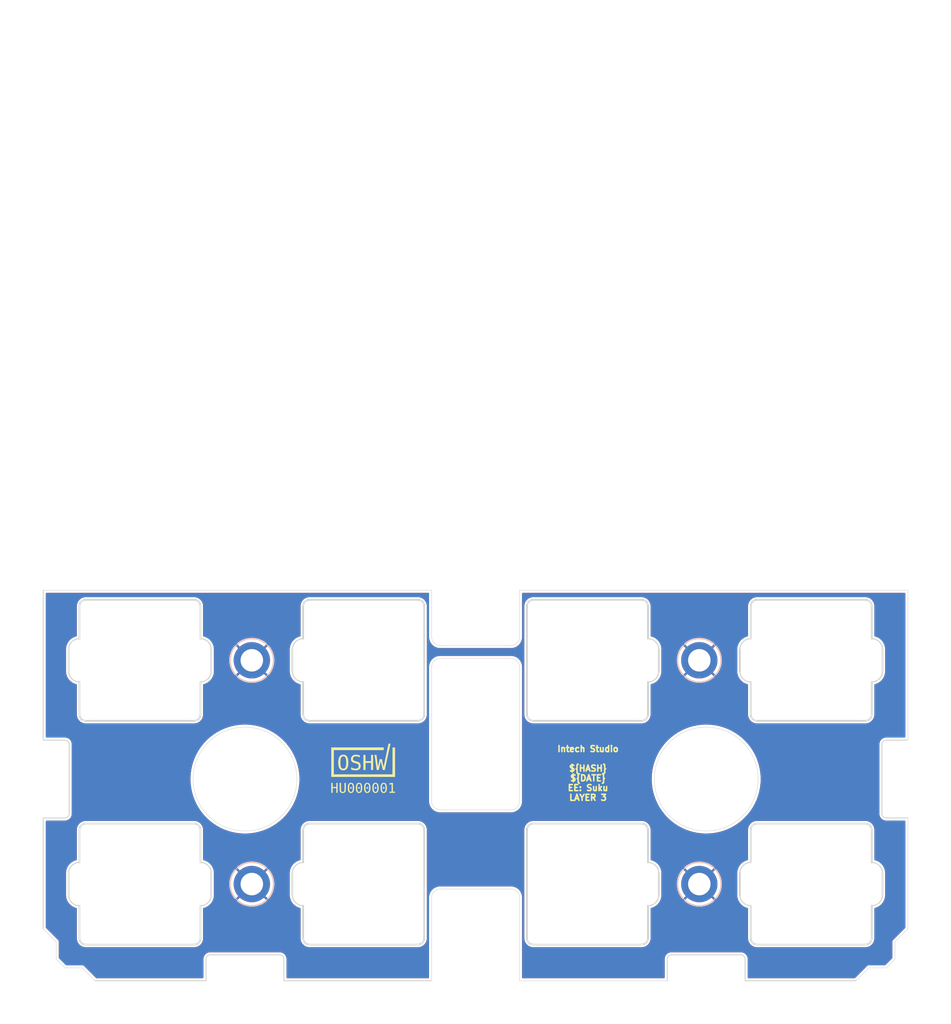
<source format=kicad_pcb>
(kicad_pcb (version 20240108) (generator "pcbnew") (generator_version "8.0")
  (layers (0 "F.Cu" signal) (31 "B.Cu" signal) (34 "B.Paste" user) (35 "F.Paste" user) (36 "B.SilkS" user "B.Silkscreen") (37 "F.SilkS" user "F.Silkscreen") (38 "B.Mask" user) (39 "F.Mask" user) (44 "Edge.Cuts" user))
  (net 0 "")
  (net 1 "GND")
  (footprint "suku_basics:OSHWA" (layer "F.Cu") (at 87 125.5)
    (property "Reference" "LOGO701" (hide yes))
    (property "Value" "LOGO" (hide yes))
    (fp_poly (pts (xy 3.689316 0.925456) (xy -3.689315 0.925456) (xy -3.689315 -2.488724) (xy 2.37617 -2.488724) (xy 2.37617 -2.176071) (xy -3.389168 -2.176071) (xy -3.389168 0.625308) (xy 3.389071 0.625308) (xy 3.392246 -0.928582) (xy 3.395421 -2.482471) (xy 3.542369 -2.485995) (xy 3.689316 -2.489518)) (fill solid) (layer "F.SilkS"))
    (fp_poly (pts (xy -3.526735 2.088528) (xy -3.101526 2.088528) (xy -3.101526 1.613294) (xy -2.951452 1.613294) (xy -2.951452 2.763861) (xy -3.101038 2.763861) (xy -3.104409 2.491852) (xy -3.107779 2.219843) (xy -3.526735 2.212985) (xy -3.526735 2.763861) (xy -3.689315 2.763861) (xy -3.689315 1.613294) (xy -3.526735 1.613294)) (fill solid) (layer "F.SilkS"))
    (fp_poly (pts (xy 0.146948 -1.623126) (xy 0.268883 -1.619547) (xy 0.275519 -0.900443) (xy 0.91295 -0.900443) (xy 0.91295 -1.6258) (xy 1.150567 -1.6258) (xy 1.150567 0.125062) (xy 0.91295 0.125062) (xy 0.91295 -0.700344) (xy 0.275136 -0.700344) (xy 0.275136 0.125062) (xy 0.025013 0.125062) (xy 0.025013 -1.626706)) (fill solid) (layer "F.SilkS"))
    (fp_poly (pts (xy -1.366002 2.099022) (xy -1.333968 2.12638) (xy -1.31649 2.164417) (xy -1.31599 2.206947) (xy -1.334889 2.247785) (xy -1.343843 2.25793) (xy -1.384322 2.283341) (xy -1.429351 2.288196) (xy -1.47129 2.272398) (xy -1.486052 2.259682) (xy -1.510388 2.218539) (xy -1.513698 2.175058) (xy -1.498584 2.135108) (xy -1.467647 2.104558) (xy -1.42349 2.089276) (xy -1.41017 2.088528)) (fill solid) (layer "F.SilkS"))
    (fp_poly (pts (xy -0.428041 2.099022) (xy -0.396007 2.12638) (xy -0.378529 2.164417) (xy -0.378028 2.206947) (xy -0.396927 2.247785) (xy -0.405881 2.25793) (xy -0.446361 2.283341) (xy -0.491389 2.288196) (xy -0.533328 2.272398) (xy -0.54809 2.259682) (xy -0.572426 2.218539) (xy -0.575736 2.175058) (xy -0.560622 2.135108) (xy -0.529686 2.104558) (xy -0.485529 2.089276) (xy -0.472209 2.088528)) (fill solid) (layer "F.SilkS"))
    (fp_poly (pts (xy 0.522427 2.099022) (xy 0.554461 2.12638) (xy 0.571939 2.164417) (xy 0.57244 2.206947) (xy 0.55354 2.247785) (xy 0.544587 2.25793) (xy 0.504107 2.283341) (xy 0.459078 2.288196) (xy 0.417139 2.272398) (xy 0.402377 2.259682) (xy 0.378041 2.218539) (xy 0.374731 2.175058) (xy 0.389846 2.135108) (xy 0.420782 2.104558) (xy 0.464939 2.089276) (xy 0.478259 2.088528)) (fill solid) (layer "F.SilkS"))
    (fp_poly (pts (xy 1.472895 2.099022) (xy 1.504929 2.12638) (xy 1.522407 2.164417) (xy 1.522907 2.206947) (xy 1.504008 2.247785) (xy 1.495054 2.25793) (xy 1.454575 2.283341) (xy 1.409546 2.288196) (xy 1.367607 2.272398) (xy 1.352845 2.259682) (xy 1.328509 2.218539) (xy 1.325199 2.175058) (xy 1.340313 2.135108) (xy 1.37125 2.104558) (xy 1.415407 2.089276) (xy 1.428727 2.088528)) (fill solid) (layer "F.SilkS"))
    (fp_poly (pts (xy 2.423363 2.099022) (xy 2.455397 2.12638) (xy 2.472875 2.164417) (xy 2.473375 2.206947) (xy 2.454476 2.247785) (xy 2.445522 2.25793) (xy 2.405042 2.283341) (xy 2.360014 2.288196) (xy 2.318075 2.272398) (xy 2.303313 2.259682) (xy 2.278977 2.218539) (xy 2.275667 2.175058) (xy 2.290781 2.135108) (xy 2.321718 2.104558) (xy 2.365875 2.089276) (xy 2.379195 2.088528)) (fill solid) (layer "F.SilkS"))
    (fp_poly (pts (xy 3.439193 2.626293) (xy 3.67681 2.626293) (xy 3.67681 2.763861) (xy 3.037689 2.763861) (xy 3.041469 2.698203) (xy 3.045249 2.632546) (xy 3.167184 2.628966) (xy 3.289119 2.625387) (xy 3.289119 2.194378) (xy 3.288777 2.074495) (xy 3.287778 1.971946) (xy 3.286163 1.888188) (xy 3.283972 1.824679) (xy 3.281247 1.782877) (xy 3.278027 1.76424) (xy 3.277097 1.763368) (xy 3.260168 1.766055) (xy 3.225245 1.773232) (xy 3.178662 1.78357) (xy 3.157804 1.78838) (xy 3.108191 1.799632) (xy 3.067562 1.808258) (xy 3.042296 1.81293) (xy 3.037888 1.813393) (xy 3.031169 1.801857) (xy 3.028386 1.770697) (xy 3.028992 1.742407) (xy 3.032743 1.671421) (xy 3.157804 1.642959) (xy 3.221273 1.630301) (xy 3.285815 1.620393) (xy 3.341191 1.614699) (xy 3.361029 1.613896) (xy 3.439193 1.613294)) (fill solid) (layer "F.SilkS"))
    (fp_poly (pts (xy -2.561065 2.0883) (xy -2.557508 2.563306) (xy -2.519948 2.600854) (xy -2.471266 2.633373) (xy -2.409462 2.651483) (xy -2.342226 2.654652) (xy -2.277249 2.642346) (xy -2.231814 2.62084) (xy -2.214905 2.608756) (xy -2.201041 2.59515) (xy -2.189922 2.577563) (xy -2.181246 2.553532) (xy -2.17471 2.520598) (xy -2.170015 2.4763) (xy -2.166857 2.418177) (xy -2.164936 2.343768) (xy -2.16395 2.250614) (xy -2.163598 2.136253) (xy -2.163564 2.063918) (xy -2.163564 1.613294) (xy -1.998864 1.613294) (xy -2.004222 2.072895) (xy -2.006032 2.205355) (xy -2.008145 2.314667) (xy -2.01064 2.402695) (xy -2.0136 2.471303) (xy -2.017104 2.522353) (xy -2.021235 2.557709) (xy -2.026072 2.579236) (xy -2.026235 2.579707) (xy -2.061961 2.646483) (xy -2.11637 2.704712) (xy -2.18322 2.74789) (xy -2.191159 2.751482) (xy -2.248615 2.76959) (xy -2.317403 2.781305) (xy -2.387483 2.785695) (xy -2.448813 2.781827) (xy -2.469965 2.7774) (xy -2.559864 2.741802) (xy -2.631084 2.690092) (xy -2.68309 2.622692) (xy -2.694035 2.60128) (xy -2.700795 2.585557) (xy -2.706311 2.568715) (xy -2.710737 2.548089) (xy -2.714227 2.52101) (xy -2.716934 2.484812) (xy -2.719011 2.436829) (xy -2.720611 2.374392) (xy -2.721887 2.294836) (xy -2.722993 2.195492) (xy -2.724036 2.079149) (xy -2.727983 1.613294) (xy -2.564621 1.613294)) (fill solid) (layer "F.SilkS"))
    (fp_poly (pts (xy -1.310098 1.612912) (xy -1.245099 1.637705) (xy -1.190196 1.679949) (xy -1.156217 1.719274) (xy -1.115039 1.78977) (xy -1.082521 1.879346) (xy -1.059193 1.983428) (xy -1.045587 2.09744) (xy -1.042234 2.216809) (xy -1.049666 2.336958) (xy -1.068414 2.453315) (xy -1.070086 2.460853) (xy -1.103581 2.566283) (xy -1.151911 2.652461) (xy -1.214661 2.718771) (xy -1.269007 2.754112) (xy -1.327364 2.774198) (xy -1.397728 2.783817) (xy -1.469059 2.782224) (xy -1.522977 2.771248) (xy -1.599296 2.734152) (xy -1.662604 2.676662) (xy -1.713325 2.598241) (xy -1.751884 2.498348) (xy -1.759429 2.47091) (xy -1.771042 2.407332) (xy -1.778789 2.326836) (xy -1.78267 2.23636) (xy -1.782683 2.144806) (xy -1.622183 2.144806) (xy -1.621935 2.28475) (xy -1.611644 2.402029) (xy -1.591236 2.496918) (xy -1.560637 2.569692) (xy -1.519773 2.620626) (xy -1.488165 2.641906) (xy -1.435118 2.66084) (xy -1.385951 2.659264) (xy -1.342748 2.643425) (xy -1.305285 2.616016) (xy -1.272738 2.575561) (xy -1.270349 2.571514) (xy -1.247117 2.52449) (xy -1.22996 2.473242) (xy -1.218155 2.413306) (xy -1.210979 2.340213) (xy -1.207708 2.249498) (xy -1.207325 2.182324) (xy -1.209381 2.074424) (xy -1.215541 1.987609) (xy -1.226656 1.918165) (xy -1.243577 1.862378) (xy -1.267155 1.816533) (xy -1.298241 1.776917) (xy -1.300831 1.774164) (xy -1.33074 1.745356) (xy -1.356393 1.73103) (xy -1.389273 1.726228) (xy -1.41273 1.72585) (xy -1.454211 1.727808) (xy -1.482909 1.736951) (xy -1.510566 1.75818) (xy -1.525911 1.773092) (xy -1.556701 1.809168) (xy -1.580234 1.850513) (xy -1.597535 1.901075) (xy -1.609626 1.964803) (xy -1.617529 2.045647) (xy -1.622183 2.144806) (xy -1.782683 2.144806) (xy -1.782683 2.142843) (xy -1.778827 2.053224) (xy -1.771102 1.97444) (xy -1.75951 1.913442) (xy -1.729702 1.823267) (xy -1.693106 1.751266) (xy -1.646291 1.690827) (xy -1.641054 1.685308) (xy -1.589649 1.642072) (xy -1.532104 1.615278) (xy -1.46267 1.60302) (xy -1.391272 1.602551)) (fill solid) (layer "F.SilkS"))
    (fp_poly (pts (xy -0.372136 1.612912) (xy -0.307138 1.637705) (xy -0.252234 1.679949) (xy -0.218255 1.719274) (xy -0.177078 1.78977) (xy -0.144559 1.879346) (xy -0.121231 1.983428) (xy -0.107626 2.09744) (xy -0.104273 2.216809) (xy -0.111705 2.336958) (xy -0.130453 2.453315) (xy -0.132124 2.460853) (xy -0.165619 2.566283) (xy -0.21395 2.652461) (xy -0.276699 2.718771) (xy -0.331045 2.754112) (xy -0.389402 2.774198) (xy -0.459766 2.783817) (xy -0.531098 2.782224) (xy -0.585015 2.771248) (xy -0.661335 2.734152) (xy -0.724643 2.676662) (xy -0.775364 2.598241) (xy -0.813922 2.498348) (xy -0.821467 2.47091) (xy -0.83308 2.407332) (xy -0.840827 2.326836) (xy -0.844708 2.23636) (xy -0.844721 2.144806) (xy -0.684221 2.144806) (xy -0.683973 2.28475) (xy -0.673682 2.402029) (xy -0.653275 2.496918) (xy -0.622676 2.569692) (xy -0.581811 2.620626) (xy -0.550203 2.641906) (xy -0.497157 2.66084) (xy -0.44799 2.659264) (xy -0.404787 2.643425) (xy -0.367324 2.616016) (xy -0.334776 2.575561) (xy -0.332387 2.571514) (xy -0.309155 2.52449) (xy -0.291998 2.473242) (xy -0.280193 2.413306) (xy -0.273017 2.340213) (xy -0.269746 2.249498) (xy -0.269363 2.182324) (xy -0.271419 2.074424) (xy -0.27758 1.987609) (xy -0.288695 1.918165) (xy -0.305616 1.862378) (xy -0.329194 1.816533) (xy -0.36028 1.776917) (xy -0.36287 1.774164) (xy -0.392779 1.745356) (xy -0.418432 1.73103) (xy -0.451311 1.726228) (xy -0.474768 1.72585) (xy -0.51625 1.727808) (xy -0.544947 1.736951) (xy -0.572605 1.75818) (xy -0.58795 1.773092) (xy -0.618739 1.809168) (xy -0.642273 1.850513) (xy -0.659574 1.901075) (xy -0.671664 1.964803) (xy -0.679568 2.045647) (xy -0.684221 2.144806) (xy -0.844721 2.144806) (xy -0.844721 2.142843) (xy -0.840866 2.053224) (xy -0.833141 1.97444) (xy -0.821548 1.913442) (xy -0.79174 1.823267) (xy -0.755145 1.751266) (xy -0.708329 1.690827) (xy -0.703092 1.685308) (xy -0.651688 1.642072) (xy -0.594142 1.615278) (xy -0.524708 1.60302) (xy -0.453311 1.602551)) (fill solid) (layer "F.SilkS"))
    (fp_poly (pts (xy 0.578332 1.612912) (xy 0.64333 1.637705) (xy 0.698234 1.679949) (xy 0.732212 1.719274) (xy 0.77339 1.78977) (xy 0.805908 1.879346) (xy 0.829236 1.983428) (xy 0.842842 2.09744) (xy 0.846195 2.216809) (xy 0.838763 2.336958) (xy 0.820015 2.453315) (xy 0.818343 2.460853) (xy 0.784848 2.566283) (xy 0.736518 2.652461) (xy 0.673769 2.718771) (xy 0.619423 2.754112) (xy 0.561066 2.774198) (xy 0.490702 2.783817) (xy 0.41937 2.782224) (xy 0.365453 2.771248) (xy 0.289133 2.734152) (xy 0.225825 2.676662) (xy 0.175104 2.598241) (xy 0.136546 2.498348) (xy 0.129001 2.47091) (xy 0.117388 2.407332) (xy 0.10964 2.326836) (xy 0.10576 2.23636) (xy 0.105746 2.144806) (xy 0.266246 2.144806) (xy 0.266494 2.28475) (xy 0.276785 2.402029) (xy 0.297193 2.496918) (xy 0.327792 2.569692) (xy 0.368656 2.620626) (xy 0.400264 2.641906) (xy 0.453311 2.66084) (xy 0.502478 2.659264) (xy 0.545681 2.643425) (xy 0.583144 2.616016) (xy 0.615692 2.575561) (xy 0.61808 2.571514) (xy 0.641313 2.52449) (xy 0.65847 2.473242) (xy 0.670275 2.413306) (xy 0.677451 2.340213) (xy 0.680721 2.249498) (xy 0.681105 2.182324) (xy 0.679048 2.074424) (xy 0.672888 1.987609) (xy 0.661773 1.918165) (xy 0.644852 1.862378) (xy 0.621274 1.816533) (xy 0.590188 1.776917) (xy 0.587598 1.774164) (xy 0.557689 1.745356) (xy 0.532036 1.73103) (xy 0.499156 1.726228) (xy 0.475699 1.72585) (xy 0.434218 1.727808) (xy 0.40552 1.736951) (xy 0.377863 1.75818) (xy 0.362518 1.773092) (xy 0.331729 1.809168) (xy 0.308195 1.850513) (xy 0.290894 1.901075) (xy 0.278803 1.964803) (xy 0.2709 2.045647) (xy 0.266246 2.144806) (xy 0.105746 2.144806) (xy 0.105746 2.142843) (xy 0.109602 2.053224) (xy 0.117327 1.97444) (xy 0.12892 1.913442) (xy 0.158728 1.823267) (xy 0.195323 1.751266) (xy 0.242139 1.690827) (xy 0.247376 1.685308) (xy 0.29878 1.642072) (xy 0.356326 1.615278) (xy 0.42576 1.60302) (xy 0.497157 1.602551)) (fill solid) (layer "F.SilkS"))
    (fp_poly (pts (xy 1.528799 1.612912) (xy 1.593798 1.637705) (xy 1.648701 1.679949) (xy 1.68268 1.719274) (xy 1.723858 1.78977) (xy 1.756376 1.879346) (xy 1.779704 1.983428) (xy 1.79331 2.09744) (xy 1.796663 2.216809) (xy 1.789231 2.336958) (xy 1.770483 2.453315) (xy 1.768811 2.460853) (xy 1.735316 2.566283) (xy 1.686986 2.652461) (xy 1.624236 2.718771) (xy 1.569891 2.754112) (xy 1.511533 2.774198) (xy 1.44117 2.783817) (xy 1.369838 2.782224) (xy 1.31592 2.771248) (xy 1.239601 2.734152) (xy 1.176293 2.676662) (xy 1.125572 2.598241) (xy 1.087013 2.498348) (xy 1.079469 2.47091) (xy 1.067856 2.407332) (xy 1.060108 2.326836) (xy 1.056227 2.23636) (xy 1.056214 2.144806) (xy 1.216714 2.144806) (xy 1.216962 2.28475) (xy 1.227253 2.402029) (xy 1.247661 2.496918) (xy 1.27826 2.569692) (xy 1.319124 2.620626) (xy 1.350732 2.641906) (xy 1.403779 2.66084) (xy 1.452946 2.659264) (xy 1.496149 2.643425) (xy 1.533612 2.616016) (xy 1.566159 2.575561) (xy 1.568548 2.571514) (xy 1.59178 2.52449) (xy 1.608937 2.473242) (xy 1.620742 2.413306) (xy 1.627918 2.340213) (xy 1.631189 2.249498) (xy 1.631572 2.182324) (xy 1.629516 2.074424) (xy 1.623356 1.987609) (xy 1.612241 1.918165) (xy 1.59532 1.862378) (xy 1.571742 1.816533) (xy 1.540656 1.776917) (xy 1.538066 1.774164) (xy 1.508157 1.745356) (xy 1.482504 1.73103) (xy 1.449624 1.726228) (xy 1.426167 1.72585) (xy 1.384686 1.727808) (xy 1.355988 1.736951) (xy 1.328331 1.75818) (xy 1.312986 1.773092) (xy 1.282196 1.809168) (xy 1.258663 1.850513) (xy 1.241362 1.901075) (xy 1.229271 1.964803) (xy 1.221368 2.045647) (xy 1.216714 2.144806) (xy 1.056214 2.144806) (xy 1.056214 2.142843) (xy 1.06007 2.053224) (xy 1.067795 1.97444) (xy 1.079387 1.913442) (xy 1.109196 1.823267) (xy 1.145791 1.751266) (xy 1.192606 1.690827) (xy 1.197843 1.685308) (xy 1.249248 1.642072) (xy 1.306793 1.615278) (xy 1.376227 1.60302) (xy 1.447625 1.602551)) (fill solid) (layer "F.SilkS"))
    (fp_poly (pts (xy 2.479267 1.612912) (xy 2.544266 1.637705) (xy 2.599169 1.679949) (xy 2.633148 1.719274) (xy 2.674326 1.78977) (xy 2.706844 1.879346) (xy 2.730172 1.983428) (xy 2.743778 2.09744) (xy 2.74713 2.216809) (xy 2.739698 2.336958) (xy 2.720951 2.453315) (xy 2.719279 2.460853) (xy 2.685784 2.566283) (xy 2.637453 2.652461) (xy 2.574704 2.718771) (xy 2.520358 2.754112) (xy 2.462001 2.774198) (xy 2.391637 2.783817) (xy 2.320306 2.782224) (xy 2.266388 2.771248) (xy 2.190068 2.734152) (xy 2.12676 2.676662) (xy 2.07604 2.598241) (xy 2.037481 2.498348) (xy 2.029936 2.47091) (xy 2.018323 2.407332) (xy 2.010576 2.326836) (xy 2.006695 2.23636) (xy 2.006682 2.144806) (xy 2.167182 2.144806) (xy 2.16743 2.28475) (xy 2.177721 2.402029) (xy 2.198129 2.496918) (xy 2.228728 2.569692) (xy 2.269592 2.620626) (xy 2.3012 2.641906) (xy 2.354246 2.66084) (xy 2.403413 2.659264) (xy 2.446617 2.643425) (xy 2.48408 2.616016) (xy 2.516627 2.575561) (xy 2.519016 2.571514) (xy 2.542248 2.52449) (xy 2.559405 2.473242) (xy 2.57121 2.413306) (xy 2.578386 2.340213) (xy 2.581657 2.249498) (xy 2.58204 2.182324) (xy 2.579984 2.074424) (xy 2.573824 1.987609) (xy 2.562709 1.918165) (xy 2.545787 1.862378) (xy 2.522209 1.816533) (xy 2.491124 1.776917) (xy 2.488534 1.774164) (xy 2.458625 1.745356) (xy 2.432972 1.73103) (xy 2.400092 1.726228) (xy 2.376635 1.72585) (xy 2.335154 1.727808) (xy 2.306456 1.736951) (xy 2.278799 1.75818) (xy 2.263454 1.773092) (xy 2.232664 1.809168) (xy 2.20913 1.850513) (xy 2.19183 1.901075) (xy 2.179739 1.964803) (xy 2.171835 2.045647) (xy 2.167182 2.144806) (xy 2.006682 2.144806) (xy 2.006682 2.142843) (xy 2.010537 2.053224) (xy 2.018263 1.97444) (xy 2.029855 1.913442) (xy 2.059663 1.823267) (xy 2.096259 1.751266) (xy 2.143074 1.690827) (xy 2.148311 1.685308) (xy 2.199716 1.642072) (xy 2.257261 1.615278) (xy 2.326695 1.60302) (xy 2.398093 1.602551)) (fill solid) (layer "F.SilkS"))
    (fp_poly (pts (xy -2.213686 -1.648416) (xy -2.173361 -1.642883) (xy -2.133448 -1.632444) (xy -2.11365 -1.62599) (xy -2.017135 -1.582277) (xy -1.934897 -1.520831) (xy -1.866124 -1.440575) (xy -1.810003 -1.340433) (xy -1.765721 -1.219326) (xy -1.744681 -1.136985) (xy -1.734923 -1.07785) (xy -1.72692 -0.999811) (xy -1.720855 -0.908928) (xy -1.716911 -0.811259) (xy -1.71527 -0.712863) (xy -1.716115 -0.6198) (xy -1.719627 -0.538129) (xy -1.724944 -0.481445) (xy -1.751517 -0.331144) (xy -1.789241 -0.202461) (xy -1.838715 -0.094336) (xy -1.900537 -0.005708) (xy -1.975305 0.06448) (xy -2.062762 0.116889) (xy -2.103525 0.134659) (xy -2.139902 0.14622) (xy -2.179949 0.153159) (xy -2.231723 0.157061) (xy -2.275366 0.158715) (xy -2.345863 0.159585) (xy -2.399351 0.156676) (xy -2.443645 0.149242) (xy -2.478265 0.139354) (xy -2.571511 0.098856) (xy -2.651292 0.042823) (xy -2.718295 -0.029968) (xy -2.773207 -0.120739) (xy -2.816717 -0.230714) (xy -2.849512 -0.361114) (xy -2.872279 -0.513163) (xy -2.877989 -0.571523) (xy -2.884864 -0.674628) (xy -2.885786 -0.744116) (xy -2.629897 -0.744116) (xy -2.627195 -0.594409) (xy -2.618801 -0.467089) (xy -2.604279 -0.360089) (xy -2.583196 -0.27134) (xy -2.555116 -0.198778) (xy -2.519605 -0.140333) (xy -2.497463 -0.114208) (xy -2.463968 -0.08401) (xy -2.42916 -0.060012) (xy -2.419941 -0.055293) (xy -2.371974 -0.042609) (xy -2.310675 -0.038337) (xy -2.24617 -0.042214) (xy -2.188587 -0.053976) (xy -2.167463 -0.061848) (xy -2.110324 -0.10024) (xy -2.062818 -0.159403) (xy -2.024838 -0.239747) (xy -1.996276 -0.341685) (xy -1.977025 -0.465628) (xy -1.966978 -0.611987) (xy -1.96603 -0.781173) (xy -1.967346 -0.831659) (xy -1.974496 -0.971762) (xy -1.986642 -1.089396) (xy -2.00452 -1.186737) (xy -2.02887 -1.265962) (xy -2.06043 -1.329249) (xy -2.099936 -1.378775) (xy -2.148127 -1.416718) (xy -2.169817 -1.429044) (xy -2.234525 -1.450351) (xy -2.308708 -1.455453) (xy -2.382835 -1.444401) (xy -2.428511 -1.427606) (xy -2.481734 -1.392782) (xy -2.526042 -1.343307) (xy -2.561873 -1.277702) (xy -2.589663 -1.194486) (xy -2.609848 -1.092179) (xy -2.622863 -0.969303) (xy -2.629144 -0.824376) (xy -2.629897 -0.744116) (xy -2.885786 -0.744116) (xy -2.886107 -0.768282) (xy -2.881727 -0.866448) (xy -2.878187 -0.912678) (xy -2.859119 -1.072373) (xy -2.830164 -1.210136) (xy -2.790684 -1.327272) (xy -2.740046 -1.425088) (xy -2.677612 -1.504888) (xy -2.602749 -1.567978) (xy -2.542136 -1.603131) (xy -2.502095 -1.621588) (xy -2.466776 -1.633727) (xy -2.42829 -1.641206) (xy -2.378745 -1.645687) (xy -2.328219 -1.648133) (xy -2.262584 -1.649885)) (fill solid) (layer "F.SilkS"))
    (fp_poly (pts (xy -0.796763 -1.648341) (xy -0.685523 -1.638002) (xy -0.57458 -1.618762) (xy -0.47144 -1.591483) (xy -0.422082 -1.57389) (xy -0.406061 -1.566635) (xy -0.395996 -1.556809) (xy -0.390503 -1.53914) (xy -0.388198 -1.508358) (xy -0.387696 -1.45919) (xy -0.38769 -1.442943) (xy -0.388153 -1.392245) (xy -0.389395 -1.352573) (xy -0.391198 -1.329392) (xy -0.392368 -1.325652) (xy -0.404999 -1.331227) (xy -0.432223 -1.345495) (xy -0.453058 -1.356958) (xy -0.554732 -1.404587) (xy -0.659074 -1.436678) (xy -0.76262 -1.453345) (xy -0.86191 -1.4547) (xy -0.95348 -1.440857) (xy -1.033869 -1.41193) (xy -1.099615 -1.368032) (xy -1.130442 -1.334753) (xy -1.166972 -1.26703) (xy -1.183105 -1.189889) (xy -1.177427 -1.110201) (xy -1.177033 -1.108409) (xy -1.163988 -1.063883) (xy -1.144802 -1.026727) (xy -1.116635 -0.995185) (xy -1.076646 -0.9675) (xy -1.021997 -0.941913) (xy -0.949848 -0.916667) (xy -0.857358 -0.890006) (xy -0.799557 -0.874812) (xy -0.729069 -0.855592) (xy -0.661512 -0.835202) (xy -0.603334 -0.815723) (xy -0.560981 -0.799233) (xy -0.551784 -0.794908) (xy -0.457399 -0.735184) (xy -0.384118 -0.662245) (xy -0.331806 -0.575839) (xy -0.300327 -0.475715) (xy -0.289545 -0.361621) (xy -0.290958 -0.312654) (xy -0.307843 -0.196094) (xy -0.343494 -0.095994) (xy -0.397943 -0.01233) (xy -0.47122 0.054921) (xy -0.563355 0.105784) (xy -0.674379 0.140282) (xy -0.804323 0.158439) (xy -0.900443 0.161483) (xy -0.984703 0.158051) (xy -1.070024 0.149441) (xy -1.13806 0.138049) (xy -1.198338 0.123653) (xy -1.259779 0.106575) (xy -1.310396 0.090181) (xy -1.316272 0.088005) (xy -1.388183 0.060734) (xy -1.388183 -0.063429) (xy -1.387687 -0.115723) (xy -1.386352 -0.157145) (xy -1.384404 -0.182382) (xy -1.38289 -0.187592) (xy -1.370172 -0.182129) (xy -1.340939 -0.167587) (xy -1.300705 -0.146732) (xy -1.285967 -0.138943) (xy -1.192068 -0.093743) (xy -1.105928 -0.063324) (xy -1.017843 -0.044564) (xy -0.975878 -0.039189) (xy -0.86929 -0.035229) (xy -0.772107 -0.046254) (xy -0.687556 -0.071299) (xy -0.618865 -0.109397) (xy -0.56926 -0.159578) (xy -0.56797 -0.161452) (xy -0.533797 -0.231437) (xy -0.51833 -0.308864) (xy -0.521301 -0.387506) (xy -0.542443 -0.461135) (xy -0.581487 -0.523521) (xy -0.583649 -0.525951) (xy -0.609695 -0.551075) (xy -0.640923 -0.57281) (xy -0.681021 -0.592658) (xy -0.733674 -0.612124) (xy -0.80257 -0.632713) (xy -0.891395 -0.655929) (xy -0.918913 -0.662755) (xy -1.050387 -0.699971) (xy -1.158673 -0.741914) (xy -1.245375 -0.790011) (xy -1.312098 -0.845683) (xy -1.360446 -0.910356) (xy -1.392023 -0.985455) (xy -1.408435 -1.072402) (xy -1.410535 -1.09912) (xy -1.4061 -1.216759) (xy -1.379547 -1.324024) (xy -1.332234 -1.419171) (xy -1.265518 -1.500457) (xy -1.180757 -1.566139) (xy -1.079309 -1.614474) (xy -0.990106 -1.638887) (xy -0.900793 -1.648923)) (fill solid) (layer "F.SilkS"))
    (fp_poly (pts (xy 3.102426 -2.926025) (xy 3.136692 -2.92422) (xy 3.154538 -2.920182) (xy 3.160258 -2.913068) (xy 3.158976 -2.904554) (xy 3.15551 -2.889751) (xy 3.147085 -2.85202) (xy 3.134032 -2.79288) (xy 3.116683 -2.713851) (xy 3.095368 -2.616451) (xy 3.070419 -2.5022) (xy 3.042167 -2.372615) (xy 3.010944 -2.229217) (xy 2.97708 -2.073524) (xy 2.940907 -1.907054) (xy 2.902756 -1.731327) (xy 2.862958 -1.547863) (xy 2.83241 -1.406942) (xy 2.791579 -1.218561) (xy 2.752145 -1.036694) (xy 2.71444 -0.86287) (xy 2.678796 -0.698615) (xy 2.645545 -0.545457) (xy 2.615018 -0.404923) (xy 2.587548 -0.27854) (xy 2.563467 -0.167837) (xy 2.543106 -0.07434) (xy 2.526798 0.000424) (xy 2.514875 0.054927) (xy 2.507668 0.087641) (xy 2.505566 0.096923) (xy 2.500685 0.110204) (xy 2.490761 0.118479) (xy 2.470723 0.122922) (xy 2.435501 0.124706) (xy 2.384194 0.125006) (xy 2.269867 0.124951) (xy 2.158632 -0.36586) (xy 2.134167 -0.473343) (xy 2.111178 -0.573444) (xy 2.090296 -0.66348) (xy 2.072154 -0.740768) (xy 2.057382 -0.802623) (xy 2.046613 -0.846363) (xy 2.040477 -0.869304) (xy 2.039552 -0.871902) (xy 2.0352 -0.863504) (xy 2.026061 -0.83316) (xy 2.012753 -0.783341) (xy 1.995895 -0.716523) (xy 1.976107 -0.635178) (xy 1.954007 -0.54178) (xy 1.930215 -0.438803) (xy 1.920631 -0.396668) (xy 1.896245 -0.289214) (xy 1.87343 -0.189124) (xy 1.852808 -0.099085) (xy 1.834997 -0.021783) (xy 1.820618 0.040094) (xy 1.81029 0.083861) (xy 1.804634 0.106831) (xy 1.803883 0.109429) (xy 1.790649 0.117883) (xy 1.757015 0.122985) (xy 1.700958 0.125004) (xy 1.686601 0.125062) (xy 1.626286 0.123691) (xy 1.58866 0.119383) (xy 1.571536 0.111845) (xy 1.570206 0.109429) (xy 1.567599 0.09467) (xy 1.561661 0.057254) (xy 1.552709 -0.000731) (xy 1.541057 -0.077199) (xy 1.52702 -0.170059) (xy 1.510913 -0.277226) (xy 1.493053 -0.396611) (xy 1.473753 -0.526125) (xy 1.453329 -0.663682) (xy 1.444195 -0.725357) (xy 1.423286 -0.86659) (xy 1.403322 -1.001332) (xy 1.384628 -1.127412) (xy 1.367524 -1.242655) (xy 1.352335 -1.344891) (xy 1.339382 -1.431947) (xy 1.32899 -1.50165) (xy 1.32148 -1.551828) (xy 1.317176 -1.580309) (xy 1.316421 -1.585155) (xy 1.309874 -1.6258) (xy 1.423328 -1.6258) (xy 1.473932 -1.624832) (xy 1.514231 -1.622242) (xy 1.538299 -1.618495) (xy 1.542347 -1.61642) (xy 1.544815 -1.602564) (xy 1.54987 -1.566169) (xy 1.557226 -1.509546) (xy 1.566598 -1.435003) (xy 1.577701 -1.34485) (xy 1.590248 -1.241394) (xy 1.603954 -1.126945) (xy 1.618534 -1.003812) (xy 1.626268 -0.937961) (xy 1.641232 -0.81126) (xy 1.655556 -0.692058) (xy 1.668946 -0.582664) (xy 1.681106 -0.485387) (xy 1.691743 -0.402537) (xy 1.700562 -0.336424) (xy 1.707269 -0.289356) (xy 1.71157 -0.263643) (xy 1.712746 -0.25949) (xy 1.717087 -0.269078) (xy 1.725857 -0.300507) (xy 1.738432 -0.351119) (xy 1.754188 -0.41826) (xy 1.772503 -0.499273) (xy 1.792752 -0.591502) (xy 1.81403 -0.690953) (xy 1.907189 -1.131807) (xy 2.033915 -1.135355) (xy 2.091233 -1.1367) (xy 2.12833 -1.136273) (xy 2.149983 -1.133179) (xy 2.160967 -1.126523) (xy 2.16606 -1.115408) (xy 2.167325 -1.110342) (xy 2.171428 -1.091715) (xy 2.18008 -1.051635) (xy 2.192635 -0.993117) (xy 2.208451 -0.919176) (xy 2.22688 -0.832826) (xy 2.247278 -0.737081) (xy 2.265319 -0.652281) (xy 2.291375 -0.531527) (xy 2.31393 -0.430753) (xy 2.33277 -0.350828) (xy 2.347679 -0.292619) (xy 2.358443 -0.256997) (xy 2.364847 -0.244831) (xy 2.365865 -0.245831) (xy 2.369616 -0.260989) (xy 2.378089 -0.299012) (xy 2.390942 -0.358272) (xy 2.407829 -0.437138) (xy 2.428409 -0.533984) (xy 2.452336 -0.647178) (xy 2.479268 -0.775094) (xy 2.50886 -0.916101) (xy 2.54077 -1.068572) (xy 2.574654 -1.230876) (xy 2.610167 -1.401386) (xy 2.645109 -1.569522) (xy 2.681846 -1.746433) (xy 2.717239 -1.91677) (xy 2.750948 -2.078897) (xy 2.782629 -2.231177) (xy 2.811944 -2.371973) (xy 2.838549 -2.499647) (xy 2.862104 -2.612563) (xy 2.882267 -2.709084) (xy 2.898698 -2.787573) (xy 2.911055 -2.846392) (xy 2.918996 -2.883906) (xy 2.922135 -2.898301) (xy 2.926897 -2.911399) (xy 2.936571 -2.919644) (xy 2.956132 -2.924155) (xy 2.990556 -2.926047) (xy 3.044818 -2.92644) (xy 3.047448 -2.92644)) (fill solid) (layer "F.SilkS"))
  )
  (footprint "suku_basics:SMD_NUT_M1.6x2.5" (layer "B.Cu") (at 74.12375 112.938125 180)
    (property "Reference" "J1005" (hide yes))
    (property "Value" "SMTSO1625MTJ")
    (fp_circle (center 0 0) (end 2.5 0) (stroke (width 0.1)) (fill none) (layer "B.SilkS"))
    (pad "1" thru_hole circle (at 0 0) (size 4.2 4.2) (drill 2.6) (layers "*.Cu" "*.Mask") (net 1 "GND"))
  )
  (footprint "suku_basics:SMD_NUT_M1.6x2.5" (layer "B.Cu") (at 125.87625 138.814375 180)
    (property "Reference" "J1012" (hide yes))
    (property "Value" "SMTSO1625MTJ")
    (fp_circle (center 0 0) (end 2.5 0) (stroke (width 0.1)) (fill none) (layer "B.SilkS"))
    (pad "1" thru_hole circle (at 0 0) (size 4.2 4.2) (drill 2.6) (layers "*.Cu" "*.Mask") (net 1 "GND"))
  )
  (footprint "suku_basics:SMD_NUT_M1.6x2.5" (layer "B.Cu") (at 74.12375 138.814375 180)
    (property "Reference" "J1011" (hide yes))
    (property "Value" "SMTSO1625MTJ")
    (fp_circle (center 0 0) (end 2.5 0) (stroke (width 0.1)) (fill none) (layer "B.SilkS"))
    (pad "1" thru_hole circle (at 0 0) (size 4.2 4.2) (drill 2.6) (layers "*.Cu" "*.Mask") (net 1 "GND"))
  )
  (footprint "suku_basics:SMD_NUT_M1.6x2.5" (layer "B.Cu") (at 125.87625 112.938125 180)
    (property "Reference" "J1010" (hide yes))
    (property "Value" "SMTSO1625MTJ")
    (fp_circle (center 0 0) (end 2.5 0) (stroke (width 0.1)) (fill none) (layer "B.SilkS"))
    (pad "1" thru_hole circle (at 0 0) (size 4.2 4.2) (drill 2.6) (layers "*.Cu" "*.Mask") (net 1 "GND"))
  )
  (gr_arc (start 52.5 122.17) (mid 52.853553 122.316447) (end 53 122.67) (stroke (width 0.1)) (layer "Edge.Cuts"))
  (gr_line (start 69.435625 111.688125) (end 69.435625 114.188125) (stroke (width 0.2)) (layer "Edge.Cuts"))
  (gr_arc (start 105.938125 106.688125) (mid 106.157788 106.157788) (end 106.688125 105.938125) (stroke (width 0.2)) (layer "Edge.Cuts"))
  (gr_line (start 119.188125 145.814375) (end 106.688125 145.814375) (stroke (width 0.2)) (layer "Edge.Cuts"))
  (gr_line (start 130.564375 114.188125) (end 130.564375 111.688125) (stroke (width 0.2)) (layer "Edge.Cuts"))
  (gr_arc (start 119.188125 131.814375) (mid 119.718454 132.034046) (end 119.938125 132.564375) (stroke (width 0.2)) (layer "Edge.Cuts"))
  (gr_line (start 145.814375 110.438125) (end 145.814375 106.688125) (stroke (width 0.2)) (layer "Edge.Cuts"))
  (gr_line (start 130.564375 140.064375) (end 130.564375 137.564375) (stroke (width 0.2)) (layer "Edge.Cuts"))
  (gr_line (start 132.564375 105.938125) (end 145.064375 105.938125) (stroke (width 0.2)) (layer "Edge.Cuts"))
  (gr_arc (start 105.938125 132.564375) (mid 106.157805 132.03407) (end 106.688125 131.814375) (stroke (width 0.2)) (layer "Edge.Cuts"))
  (gr_arc (start 145.814375 110.438125) (mid 146.698258 110.804242) (end 147.064375 111.688125) (stroke (width 0.12)) (layer "Edge.Cuts"))
  (gr_arc (start 105.08 129.226) (mid 104.787107 129.933107) (end 104.08 130.226) (stroke (width 0.05)) (layer "Edge.Cuts"))
  (gr_arc (start 80.061875 141.314375) (mid 79.177992 140.948258) (end 78.811875 140.064375) (stroke (width 0.12)) (layer "Edge.Cuts"))
  (gr_line (start 52.5 148.5) (end 51.5 147.5) (stroke (width 0.05)) (layer "Edge.Cuts"))
  (gr_line (start 131.814375 115.438125) (end 131.814375 119.188125) (stroke (width 0.2)) (layer "Edge.Cuts"))
  (gr_line (start 104.08 112.726) (end 95.92 112.726) (stroke (width 0.05)) (layer "Edge.Cuts"))
  (gr_line (start 121.188125 137.564375) (end 121.188125 140.064375) (stroke (width 0.2)) (layer "Edge.Cuts"))
  (gr_line (start 94.92 140.386) (end 94.919999 149.999999) (stroke (width 0.05)) (layer "Edge.Cuts"))
  (gr_line (start 93.311875 145.814375) (end 80.811875 145.814375) (stroke (width 0.2)) (layer "Edge.Cuts"))
  (gr_arc (start 54.185625 141.314375) (mid 53.301742 140.948258) (end 52.935625 140.064375) (stroke (width 0.12)) (layer "Edge.Cuts"))
  (gr_line (start 94.061875 132.564375) (end 94.061875 145.064375) (stroke (width 0.2)) (layer "Edge.Cuts"))
  (gr_arc (start 95.92 111.226) (mid 95.212893 110.933107) (end 94.92 110.226) (stroke (width 0.05)) (layer "Edge.Cuts"))
  (gr_arc (start 52.935625 137.564375) (mid 53.301742 136.680492) (end 54.185625 136.314375) (stroke (width 0.12)) (layer "Edge.Cuts"))
  (gr_arc (start 119.938125 110.438125) (mid 120.822008 110.804242) (end 121.188125 111.688125) (stroke (width 0.12)) (layer "Edge.Cuts"))
  (gr_line (start 119.938125 141.314375) (end 119.938125 145.064375) (stroke (width 0.2)) (layer "Edge.Cuts"))
  (gr_arc (start 119.938125 145.064375) (mid 119.718465 145.59473) (end 119.188125 145.814375) (stroke (width 0.2)) (layer "Edge.Cuts"))
  (gr_arc (start 131.814375 132.564375) (mid 132.034045 132.034045) (end 132.564375 131.814375) (stroke (width 0.2)) (layer "Edge.Cuts"))
  (gr_arc (start 69.435625 140.064375) (mid 69.069508 140.948258) (end 68.185625 141.314375) (stroke (width 0.12)) (layer "Edge.Cuts"))
  (gr_line (start 52.5 122.17) (end 50 122.17) (stroke (width 0.1)) (layer "Edge.Cuts"))
  (gr_line (start 68.83 150) (end 56 150) (stroke (width 0.1)) (layer "Edge.Cuts"))
  (gr_arc (start 78.811875 111.688125) (mid 79.177992 110.804242) (end 80.061875 110.438125) (stroke (width 0.12)) (layer "Edge.Cuts"))
  (gr_line (start 150 104.84) (end 105.08 104.84) (stroke (width 0.05)) (layer "Edge.Cuts"))
  (gr_line (start 131.814375 141.314375) (end 131.814375 145.064375) (stroke (width 0.2)) (layer "Edge.Cuts"))
  (gr_line (start 54.5 148.5) (end 52.5 148.5) (stroke (width 0.05)) (layer "Edge.Cuts"))
  (gr_arc (start 80.061875 132.564375) (mid 80.281545 132.034045) (end 80.811875 131.814375) (stroke (width 0.2)) (layer "Edge.Cuts"))
  (gr_line (start 130.67 147) (end 122.67 147) (stroke (width 0.1)) (layer "Edge.Cuts"))
  (gr_arc (start 94.061875 119.188125) (mid 93.842205 119.718455) (end 93.311875 119.938125) (stroke (width 0.2)) (layer "Edge.Cuts"))
  (gr_line (start 95.92 130.226) (end 104.08 130.226) (stroke (width 0.05)) (layer "Edge.Cuts"))
  (gr_line (start 131.814375 136.314375) (end 131.814375 132.564375) (stroke (width 0.2)) (layer "Edge.Cuts"))
  (gr_line (start 56 150) (end 54.5 148.5) (stroke (width 0.05)) (layer "Edge.Cuts"))
  (gr_line (start 145.814375 115.438125) (end 145.814375 119.188125) (stroke (width 0.2)) (layer "Edge.Cuts"))
  (gr_arc (start 119.188125 105.938125) (mid 119.718454 106.157796) (end 119.938125 106.688125) (stroke (width 0.2)) (layer "Edge.Cuts"))
  (gr_arc (start 145.064375 131.814375) (mid 145.594705 132.034045) (end 145.814375 132.564375) (stroke (width 0.2)) (layer "Edge.Cuts"))
  (gr_arc (start 94.061875 145.064375) (mid 93.842205 145.594705) (end 93.311875 145.814375) (stroke (width 0.2)) (layer "Edge.Cuts"))
  (gr_line (start 119.938125 110.438125) (end 119.938125 106.688125) (stroke (width 0.2)) (layer "Edge.Cuts"))
  (gr_line (start 52.935625 140.064375) (end 52.935625 137.564375) (stroke (width 0.2)) (layer "Edge.Cuts"))
  (gr_arc (start 121.188125 114.188125) (mid 120.822008 115.072008) (end 119.938125 115.438125) (stroke (width 0.12)) (layer "Edge.Cuts"))
  (gr_line (start 121.188125 111.688125) (end 121.188125 114.188125) (stroke (width 0.2)) (layer "Edge.Cuts"))
  (gr_arc (start 106.688125 145.814375) (mid 106.157788 145.594712) (end 105.938125 145.064375) (stroke (width 0.2)) (layer "Edge.Cuts"))
  (gr_line (start 105.08 129.226) (end 105.08 113.726) (stroke (width 0.05)) (layer "Edge.Cuts"))
  (gr_arc (start 147.064375 114.188125) (mid 146.698258 115.072008) (end 145.814375 115.438125) (stroke (width 0.12)) (layer "Edge.Cuts"))
  (gr_line (start 147 130.67) (end 147 122.67) (stroke (width 0.1)) (layer "Edge.Cuts"))
  (gr_line (start 145.064375 145.814375) (end 132.564375 145.814375) (stroke (width 0.2)) (layer "Edge.Cuts"))
  (gr_line (start 145.814375 141.314375) (end 145.814375 145.064375) (stroke (width 0.2)) (layer "Edge.Cuts"))
  (gr_arc (start 68.185625 110.438125) (mid 69.069508 110.804242) (end 69.435625 111.688125) (stroke (width 0.12)) (layer "Edge.Cuts"))
  (gr_arc (start 131.814375 106.688125) (mid 132.034045 106.157795) (end 132.564375 105.938125) (stroke (width 0.2)) (layer "Edge.Cuts"))
  (gr_line (start 54.935625 131.814375) (end 67.435625 131.814375) (stroke (width 0.2)) (layer "Edge.Cuts"))
  (gr_arc (start 54.935625 145.814375) (mid 54.405295 145.594705) (end 54.185625 145.064375) (stroke (width 0.2)) (layer "Edge.Cuts"))
  (gr_arc (start 80.811875 119.938125) (mid 80.281545 119.718455) (end 80.061875 119.188125) (stroke (width 0.2)) (layer "Edge.Cuts"))
  (gr_line (start 77.33 147) (end 69.33 147) (stroke (width 0.1)) (layer "Edge.Cuts"))
  (gr_line (start 122.17 150) (end 105.08 149.999999) (stroke (width 0.05)) (layer "Edge.Cuts"))
  (gr_line (start 67.435625 119.938125) (end 54.935625 119.938125) (stroke (width 0.2)) (layer "Edge.Cuts"))
  (gr_line (start 78.811875 140.064375) (end 78.811875 137.564375) (stroke (width 0.2)) (layer "Edge.Cuts"))
  (gr_line (start 80.061875 145.064375) (end 80.061875 141.314375) (stroke (width 0.2)) (layer "Edge.Cuts"))
  (gr_arc (start 67.435625 105.938125) (mid 67.965955 106.157795) (end 68.185625 106.688125) (stroke (width 0.2)) (layer "Edge.Cuts"))
  (gr_line (start 68.185625 145.064375) (end 68.185625 141.314375) (stroke (width 0.2)) (layer "Edge.Cuts"))
  (gr_arc (start 104.08 112.726) (mid 104.787107 113.018893) (end 105.08 113.726) (stroke (width 0.05)) (layer "Edge.Cuts"))
  (gr_arc (start 105.08 110.226) (mid 104.787107 110.933107) (end 104.08 111.226) (stroke (width 0.05)) (layer "Edge.Cuts"))
  (gr_arc (start 67.435625 131.814375) (mid 67.965955 132.034045) (end 68.185625 132.564375) (stroke (width 0.2)) (layer "Edge.Cuts"))
  (gr_arc (start 132.564375 145.814375) (mid 132.034045 145.594705) (end 131.814375 145.064375) (stroke (width 0.2)) (layer "Edge.Cuts"))
  (gr_line (start 119.938125 115.438125) (end 119.938125 119.188125) (stroke (width 0.2)) (layer "Edge.Cuts"))
  (gr_line (start 80.811875 105.938125) (end 93.311875 105.938125) (stroke (width 0.2)) (layer "Edge.Cuts"))
  (gr_line (start 94.92 110.226) (end 94.92 104.84) (stroke (width 0.05)) (layer "Edge.Cuts"))
  (gr_line (start 150 122.17) (end 150 104.84) (stroke (width 0.05)) (layer "Edge.Cuts"))
  (gr_arc (start 94.92 140.386) (mid 95.212893 139.678893) (end 95.92 139.386) (stroke (width 0.05)) (layer "Edge.Cuts"))
  (gr_circle (center 126.67 126.67) (end 120.67 126.67) (stroke (width 0.05)) (fill none) (layer "Edge.Cuts"))
  (gr_line (start 132.564375 131.814375) (end 145.064375 131.814375) (stroke (width 0.2)) (layer "Edge.Cuts"))
  (gr_line (start 69.435625 137.564375) (end 69.435625 140.064375) (stroke (width 0.2)) (layer "Edge.Cuts"))
  (gr_line (start 147.064375 137.564375) (end 147.064375 140.064375) (stroke (width 0.2)) (layer "Edge.Cuts"))
  (gr_arc (start 130.564375 137.564375) (mid 130.930492 136.680492) (end 131.814375 136.314375) (stroke (width 0.12)) (layer "Edge.Cuts"))
  (gr_arc (start 147.5 131.17) (mid 147.146447 131.023553) (end 147 130.67) (stroke (width 0.1)) (layer "Edge.Cuts"))
  (gr_line (start 80.061875 106.688125) (end 80.061875 110.438125) (stroke (width 0.2)) (layer "Edge.Cuts"))
  (gr_line (start 105.08 110.226) (end 105.08 104.84) (stroke (width 0.05)) (layer "Edge.Cuts"))
  (gr_line (start 94.92 104.84) (end 50 104.84) (stroke (width 0.05)) (layer "Edge.Cuts"))
  (gr_line (start 68.185625 106.688125) (end 68.185625 110.438125) (stroke (width 0.2)) (layer "Edge.Cuts"))
  (gr_arc (start 145.064375 105.938125) (mid 145.594705 106.157795) (end 145.814375 106.688125) (stroke (width 0.2)) (layer "Edge.Cuts"))
  (gr_arc (start 147.064375 140.064375) (mid 146.698258 140.948258) (end 145.814375 141.314375) (stroke (width 0.12)) (layer "Edge.Cuts"))
  (gr_line (start 145.5 148.5) (end 144 150) (stroke (width 0.05)) (layer "Edge.Cuts"))
  (gr_arc (start 94.92 113.726) (mid 95.212893 113.018893) (end 95.92 112.726) (stroke (width 0.05)) (layer "Edge.Cuts"))
  (gr_arc (start 119.938125 119.188125) (mid 119.718448 119.718448) (end 119.188125 119.938125) (stroke (width 0.2)) (layer "Edge.Cuts"))
  (gr_arc (start 68.185625 145.064375) (mid 67.965955 145.594705) (end 67.435625 145.814375) (stroke (width 0.2)) (layer "Edge.Cuts"))
  (gr_line (start 105.938125 106.688125) (end 105.938125 119.188125) (stroke (width 0.2)) (layer "Edge.Cuts"))
  (gr_line (start 148.5 145.5) (end 148.5 147.5) (stroke (width 0.05)) (layer "Edge.Cuts"))
  (gr_line (start 68.83 147.5) (end 68.83 150) (stroke (width 0.1)) (layer "Edge.Cuts"))
  (gr_line (start 131.814375 110.438125) (end 131.814375 106.688125) (stroke (width 0.2)) (layer "Edge.Cuts"))
  (gr_line (start 148.5 147.5) (end 147.5 148.5) (stroke (width 0.05)) (layer "Edge.Cuts"))
  (gr_arc (start 106.688125 119.938125) (mid 106.15777 119.718465) (end 105.938125 119.188125) (stroke (width 0.2)) (layer "Edge.Cuts"))
  (gr_arc (start 80.061875 115.438125) (mid 79.177992 115.072008) (end 78.811875 114.188125) (stroke (width 0.12)) (layer "Edge.Cuts"))
  (gr_line (start 104.080001 139.386) (end 95.92 139.386) (stroke (width 0.05)) (layer "Edge.Cuts"))
  (gr_line (start 80.061875 132.564375) (end 80.061875 136.314375) (stroke (width 0.2)) (layer "Edge.Cuts"))
  (gr_line (start 78.811875 114.188125) (end 78.811875 111.688125) (stroke (width 0.2)) (layer "Edge.Cuts"))
  (gr_arc (start 95.92 130.226) (mid 95.212893 129.933107) (end 94.92 129.226) (stroke (width 0.05)) (layer "Edge.Cuts"))
  (gr_line (start 147.5 148.5) (end 145.5 148.5) (stroke (width 0.05)) (layer "Edge.Cuts"))
  (gr_line (start 95.92 111.226) (end 104.08 111.226) (stroke (width 0.05)) (layer "Edge.Cuts"))
  (gr_arc (start 93.311875 131.814375) (mid 93.842205 132.034045) (end 94.061875 132.564375) (stroke (width 0.2)) (layer "Edge.Cuts"))
  (gr_arc (start 54.185625 115.438125) (mid 53.301742 115.072008) (end 52.935625 114.188125) (stroke (width 0.12)) (layer "Edge.Cuts"))
  (gr_arc (start 78.811875 137.564375) (mid 79.177992 136.680492) (end 80.061875 136.314375) (stroke (width 0.12)) (layer "Edge.Cuts"))
  (gr_line (start 80.061875 119.188125) (end 80.061875 115.438125) (stroke (width 0.2)) (layer "Edge.Cuts"))
  (gr_line (start 93.311875 119.938125) (end 80.811875 119.938125) (stroke (width 0.2)) (layer "Edge.Cuts"))
  (gr_line (start 131.17 150) (end 131.17 147.5) (stroke (width 0.1)) (layer "Edge.Cuts"))
  (gr_arc (start 131.814375 141.314375) (mid 130.930492 140.948258) (end 130.564375 140.064375) (stroke (width 0.12)) (layer "Edge.Cuts"))
  (gr_line (start 80.811875 131.814375) (end 93.311875 131.814375) (stroke (width 0.2)) (layer "Edge.Cuts"))
  (gr_arc (start 69.435625 114.188125) (mid 69.069508 115.072008) (end 68.185625 115.438125) (stroke (width 0.12)) (layer "Edge.Cuts"))
  (gr_arc (start 77.33 147) (mid 77.683553 147.146447) (end 77.83 147.5) (stroke (width 0.1)) (layer "Edge.Cuts"))
  (gr_line (start 51.5 147.5) (end 51.5 145.5) (stroke (width 0.05)) (layer "Edge.Cuts"))
  (gr_arc (start 80.061875 106.688125) (mid 80.281545 106.157795) (end 80.811875 105.938125) (stroke (width 0.2)) (layer "Edge.Cuts"))
  (gr_line (start 147.5 131.17) (end 150 131.17) (stroke (width 0.1)) (layer "Edge.Cuts"))
  (gr_line (start 144 150) (end 131.17 150) (stroke (width 0.1)) (layer "Edge.Cuts"))
  (gr_arc (start 53 130.67) (mid 52.853553 131.023553) (end 52.5 131.17) (stroke (width 0.1)) (layer "Edge.Cuts"))
  (gr_line (start 150 122.17) (end 147.5 122.17) (stroke (width 0.1)) (layer "Edge.Cuts"))
  (gr_arc (start 121.188125 140.064375) (mid 120.822007 140.948257) (end 119.938125 141.314375) (stroke (width 0.12)) (layer "Edge.Cuts"))
  (gr_line (start 77.83 150) (end 77.83 147.5) (stroke (width 0.1)) (layer "Edge.Cuts"))
  (gr_arc (start 68.185625 119.188125) (mid 67.965955 119.718455) (end 67.435625 119.938125) (stroke (width 0.2)) (layer "Edge.Cuts"))
  (gr_arc (start 54.185625 132.564375) (mid 54.405295 132.034045) (end 54.935625 131.814375) (stroke (width 0.2)) (layer "Edge.Cuts"))
  (gr_line (start 52.935625 114.188125) (end 52.935625 111.688125) (stroke (width 0.2)) (layer "Edge.Cuts"))
  (gr_line (start 54.185625 119.188125) (end 54.185625 115.438125) (stroke (width 0.2)) (layer "Edge.Cuts"))
  (gr_line (start 53 130.67) (end 53 122.67) (stroke (width 0.1)) (layer "Edge.Cuts"))
  (gr_line (start 106.688125 131.814375) (end 119.188125 131.814375) (stroke (width 0.2)) (layer "Edge.Cuts"))
  (gr_line (start 68.185625 132.564375) (end 68.185625 136.314375) (stroke (width 0.2)) (layer "Edge.Cuts"))
  (gr_line (start 105.938125 145.064375) (end 105.938125 132.564375) (stroke (width 0.2)) (layer "Edge.Cuts"))
  (gr_line (start 54.185625 132.564375) (end 54.185625 136.314375) (stroke (width 0.2)) (layer "Edge.Cuts"))
  (gr_arc (start 93.311875 105.938125) (mid 93.842205 106.157795) (end 94.061875 106.688125) (stroke (width 0.2)) (layer "Edge.Cuts"))
  (gr_line (start 119.938125 136.314375) (end 119.938125 132.564375) (stroke (width 0.2)) (layer "Edge.Cuts"))
  (gr_line (start 147.064375 111.688125) (end 147.064375 114.188125) (stroke (width 0.2)) (layer "Edge.Cuts"))
  (gr_line (start 50 122.17) (end 50 104.84) (stroke (width 0.1)) (layer "Edge.Cuts"))
  (gr_line (start 68.185625 119.188125) (end 68.185625 115.438125) (stroke (width 0.2)) (layer "Edge.Cuts"))
  (gr_circle (center 73.33 126.67) (end 79.33 126.67) (stroke (width 0.05)) (fill none) (layer "Edge.Cuts"))
  (gr_arc (start 131.814375 115.438125) (mid 130.930492 115.072008) (end 130.564375 114.188125) (stroke (width 0.12)) (layer "Edge.Cuts"))
  (gr_arc (start 147 122.67) (mid 147.146447 122.316447) (end 147.5 122.17) (stroke (width 0.1)) (layer "Edge.Cuts"))
  (gr_arc (start 122.17 147.5) (mid 122.316447 147.146447) (end 122.67 147) (stroke (width 0.1)) (layer "Edge.Cuts"))
  (gr_line (start 54.185625 145.064375) (end 54.185625 141.314375) (stroke (width 0.2)) (layer "Edge.Cuts"))
  (gr_arc (start 104.080001 139.386) (mid 104.787107 139.678894) (end 105.080001 140.386) (stroke (width 0.05)) (layer "Edge.Cuts"))
  (gr_line (start 94.92 113.726) (end 94.92 129.226) (stroke (width 0.05)) (layer "Edge.Cuts"))
  (gr_arc (start 132.564375 119.938125) (mid 132.034045 119.718455) (end 131.814375 119.188125) (stroke (width 0.2)) (layer "Edge.Cuts"))
  (gr_line (start 150 144) (end 148.5 145.5) (stroke (width 0.05)) (layer "Edge.Cuts"))
  (gr_line (start 67.435625 145.814375) (end 54.935625 145.814375) (stroke (width 0.2)) (layer "Edge.Cuts"))
  (gr_line (start 50 131.17) (end 52.5 131.17) (stroke (width 0.1)) (layer "Edge.Cuts"))
  (gr_arc (start 52.935625 111.688125) (mid 53.301742 110.804242) (end 54.185625 110.438125) (stroke (width 0.12)) (layer "Edge.Cuts"))
  (gr_line (start 54.935625 105.938125) (end 67.435625 105.938125) (stroke (width 0.2)) (layer "Edge.Cuts"))
  (gr_line (start 105.080001 140.386) (end 105.08 149.999999) (stroke (width 0.05)) (layer "Edge.Cuts"))
  (gr_arc (start 130.67 147) (mid 131.023553 147.146447) (end 131.17 147.5) (stroke (width 0.1)) (layer "Edge.Cuts"))
  (gr_arc (start 130.564375 111.688125) (mid 130.930492 110.804242) (end 131.814375 110.438125) (stroke (width 0.12)) (layer "Edge.Cuts"))
  (gr_line (start 54.185625 106.688125) (end 54.185625 110.438125) (stroke (width 0.2)) (layer "Edge.Cuts"))
  (gr_line (start 106.688125 105.938125) (end 119.188125 105.938125) (stroke (width 0.2)) (layer "Edge.Cuts"))
  (gr_line (start 50 144) (end 50 131.17) (stroke (width 0.1)) (layer "Edge.Cuts"))
  (gr_line (start 94.919999 149.999999) (end 77.83 150) (stroke (width 0.1)) (layer "Edge.Cuts"))
  (gr_line (start 119.188125 119.938125) (end 106.688125 119.938125) (stroke (width 0.2)) (layer "Edge.Cuts"))
  (gr_arc (start 145.814375 119.188125) (mid 145.594705 119.718455) (end 145.064375 119.938125) (stroke (width 0.2)) (layer "Edge.Cuts"))
  (gr_line (start 145.064375 119.938125) (end 132.564375 119.938125) (stroke (width 0.2)) (layer "Edge.Cuts"))
  (gr_line (start 150 131.17) (end 150 144) (stroke (width 0.05)) (layer "Edge.Cuts"))
  (gr_arc (start 54.935625 119.938125) (mid 54.405295 119.718455) (end 54.185625 119.188125) (stroke (width 0.2)) (layer "Edge.Cuts"))
  (gr_arc (start 119.938125 136.314375) (mid 120.822007 136.680493) (end 121.188125 137.564375) (stroke (width 0.12)) (layer "Edge.Cuts"))
  (gr_arc (start 80.811875 145.814375) (mid 80.281545 145.594705) (end 80.061875 145.064375) (stroke (width 0.2)) (layer "Edge.Cuts"))
  (gr_line (start 145.814375 136.314375) (end 145.814375 132.564375) (stroke (width 0.2)) (layer "Edge.Cuts"))
  (gr_arc (start 68.83 147.5) (mid 68.976447 147.146447) (end 69.33 147) (stroke (width 0.1)) (layer "Edge.Cuts"))
  (gr_line (start 51.5 145.5) (end 50 144) (stroke (width 0.05)) (layer "Edge.Cuts"))
  (gr_arc (start 145.814375 145.064375) (mid 145.594705 145.594705) (end 145.064375 145.814375) (stroke (width 0.2)) (layer "Edge.Cuts"))
  (gr_arc (start 54.185625 106.688125) (mid 54.405295 106.157795) (end 54.935625 105.938125) (stroke (width 0.2)) (layer "Edge.Cuts"))
  (gr_arc (start 145.814375 136.314375) (mid 146.698258 136.680492) (end 147.064375 137.564375) (stroke (width 0.12)) (layer "Edge.Cuts"))
  (gr_line (start 94.061875 119.188125) (end 94.061875 106.688125) (stroke (width 0.2)) (layer "Edge.Cuts"))
  (gr_line (start 122.17 147.5) (end 122.17 150) (stroke (width 0.1)) (layer "Edge.Cuts"))
  (gr_arc (start 68.185625 136.314375) (mid 69.069508 136.680492) (end 69.435625 137.564375) (stroke (width 0.12)) (layer "Edge.Cuts"))
  (gr_text "Intech Studio\n${PROJECTNAME}\n${HASH}\n${DATE}\nEE: Suku\nLAYER 3" (at 113 126 0) (layer "F.SilkS") (effects (font (size 0.7 0.7) (thickness 0.175))))
  (zone (net 1) (net_name "GND") (layer "F.Cu") (connect_pads (clearance 0.254)) (min_thickness 0.1524) (fill yes (thermal_gap 0.508) (thermal_bridge_width 0.254) (island_removal_mode 2) (island_area_min 10))
    (polygon (pts (xy 45 45) (xy 50 45) (xy 51 41) (xy 53 41) (xy 54 45) (xy 155 45) (xy 155 155) (xy 45 155)))
  )
  (zone (net 1) (net_name "GND") (layer "B.Cu") (connect_pads (clearance 0.254)) (min_thickness 0.1524) (fill yes (thermal_gap 0.508) (thermal_bridge_width 0.254) (island_removal_mode 2) (island_area_min 10))
    (polygon (pts (xy 45 45) (xy 50 45) (xy 59 45) (xy 60 41) (xy 62 41) (xy 63 45) (xy 155 45) (xy 155 155) (xy 45 155)))
  )
)
</source>
